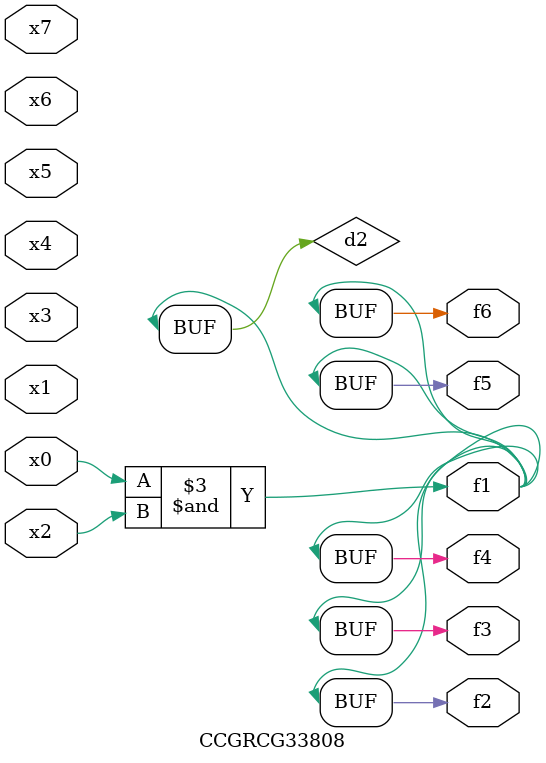
<source format=v>
module CCGRCG33808(
	input x0, x1, x2, x3, x4, x5, x6, x7,
	output f1, f2, f3, f4, f5, f6
);

	wire d1, d2;

	nor (d1, x3, x6);
	and (d2, x0, x2);
	assign f1 = d2;
	assign f2 = d2;
	assign f3 = d2;
	assign f4 = d2;
	assign f5 = d2;
	assign f6 = d2;
endmodule

</source>
